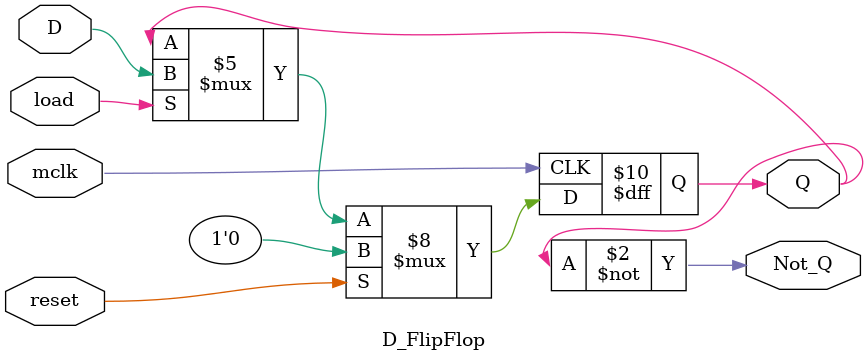
<source format=v>
`timescale 1ns / 1ps


module D_FlipFlop(
    input D,
    input mclk,
    input load,
    input reset,
    output reg Q=0,
    output Not_Q
    );
    
    always@(posedge mclk)
    begin
        if(reset)
            Q <= 0; //reset
        else if(load)
            Q <= D; //just load
        else 
            Q <= Q; //retain
            
    end
    
    assign Not_Q = ~Q;
    
    
    
endmodule

</source>
